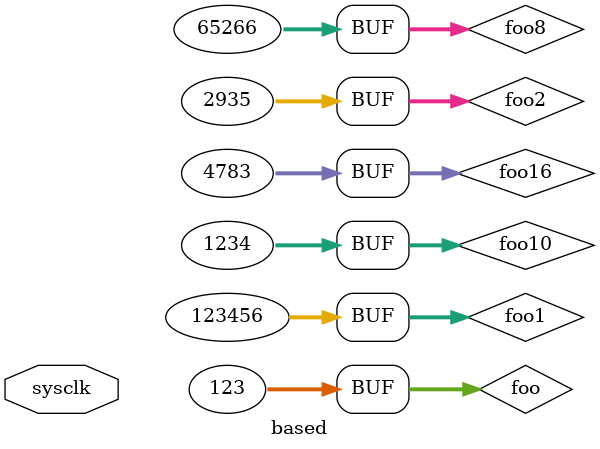
<source format=v>

module based(
input wire sysclk
);




wire [31:0] foo; wire [31:0] foo1; wire [31:0] foo2; wire [31:0] foo8; wire [31:0] foo10; wire [31:0] foo11; wire [31:0] foo16;

  assign foo = 123;
  assign foo1 = 123456;
  assign foo2 = 'B00101101110111;
  assign foo8 = 'O0177362;
  assign foo10 = 'D01234;
  //foo11<= 11#01234#;
  assign foo16 = 'H12af;

endmodule

</source>
